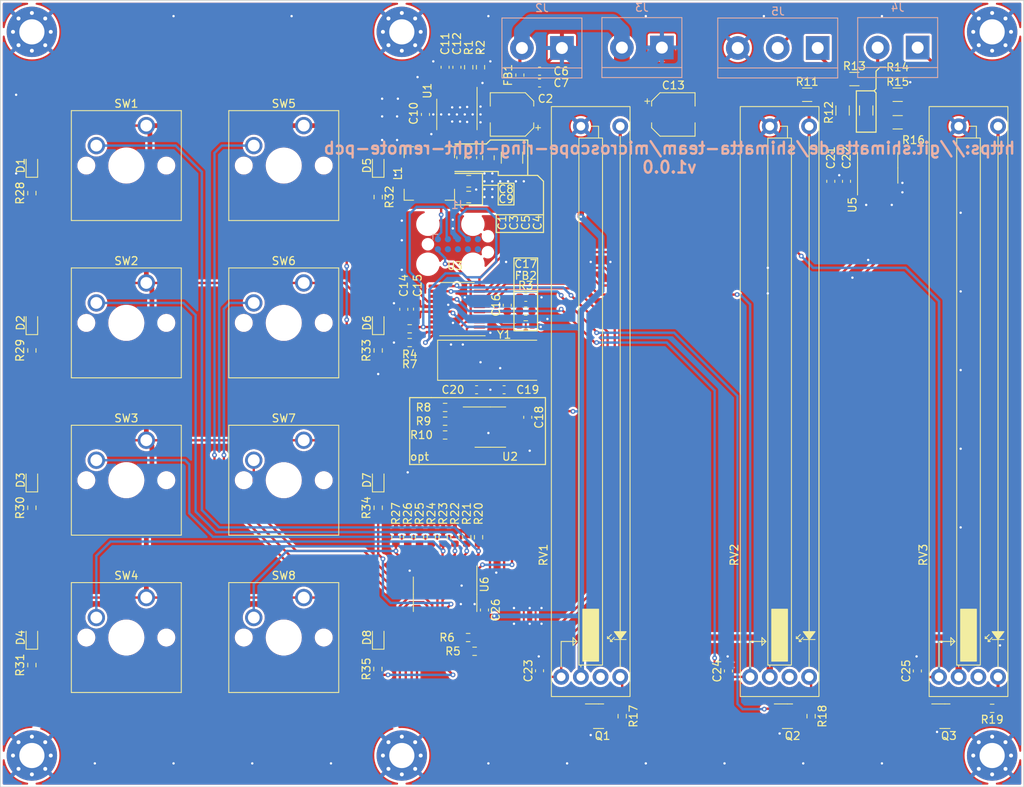
<source format=kicad_pcb>
(kicad_pcb (version 20211014) (generator pcbnew)

  (general
    (thickness 1.6)
  )

  (paper "A4")
  (layers
    (0 "F.Cu" signal)
    (31 "B.Cu" signal)
    (32 "B.Adhes" user "B.Adhesive")
    (33 "F.Adhes" user "F.Adhesive")
    (34 "B.Paste" user)
    (35 "F.Paste" user)
    (36 "B.SilkS" user "B.Silkscreen")
    (37 "F.SilkS" user "F.Silkscreen")
    (38 "B.Mask" user)
    (39 "F.Mask" user)
    (40 "Dwgs.User" user "User.Drawings")
    (41 "Cmts.User" user "User.Comments")
    (42 "Eco1.User" user "User.Eco1")
    (43 "Eco2.User" user "User.Eco2")
    (44 "Edge.Cuts" user)
    (45 "Margin" user)
    (46 "B.CrtYd" user "B.Courtyard")
    (47 "F.CrtYd" user "F.Courtyard")
    (48 "B.Fab" user)
    (49 "F.Fab" user)
    (50 "User.1" user)
    (51 "User.2" user)
    (52 "User.3" user)
    (53 "User.4" user)
    (54 "User.5" user)
    (55 "User.6" user)
    (56 "User.7" user)
    (57 "User.8" user)
    (58 "User.9" user)
  )

  (setup
    (stackup
      (layer "F.SilkS" (type "Top Silk Screen"))
      (layer "F.Paste" (type "Top Solder Paste"))
      (layer "F.Mask" (type "Top Solder Mask") (thickness 0.01))
      (layer "F.Cu" (type "copper") (thickness 0.035))
      (layer "dielectric 1" (type "core") (thickness 1.51) (material "FR4") (epsilon_r 4.5) (loss_tangent 0.02))
      (layer "B.Cu" (type "copper") (thickness 0.035))
      (layer "B.Mask" (type "Bottom Solder Mask") (thickness 0.01))
      (layer "B.Paste" (type "Bottom Solder Paste"))
      (layer "B.SilkS" (type "Bottom Silk Screen"))
      (copper_finish "None")
      (dielectric_constraints no)
    )
    (pad_to_mask_clearance 0)
    (aux_axis_origin 13 13)
    (pcbplotparams
      (layerselection 0x00010fc_ffffffff)
      (disableapertmacros false)
      (usegerberextensions true)
      (usegerberattributes true)
      (usegerberadvancedattributes true)
      (creategerberjobfile true)
      (svguseinch false)
      (svgprecision 6)
      (excludeedgelayer true)
      (plotframeref false)
      (viasonmask false)
      (mode 1)
      (useauxorigin false)
      (hpglpennumber 1)
      (hpglpenspeed 20)
      (hpglpendiameter 15.000000)
      (dxfpolygonmode true)
      (dxfimperialunits true)
      (dxfusepcbnewfont true)
      (psnegative false)
      (psa4output false)
      (plotreference true)
      (plotvalue true)
      (plotinvisibletext false)
      (sketchpadsonfab false)
      (subtractmaskfromsilk false)
      (outputformat 1)
      (mirror false)
      (drillshape 0)
      (scaleselection 1)
      (outputdirectory "gerber/")
    )
  )

  (net 0 "")
  (net 1 "+12V")
  (net 2 "GND")
  (net 3 "Net-(C1-Pad1)")
  (net 4 "Net-(C1-Pad2)")
  (net 5 "/~{RST}")
  (net 6 "+3V3")
  (net 7 "Net-(C10-Pad1)")
  (net 8 "Net-(C11-Pad1)")
  (net 9 "Net-(C12-Pad1)")
  (net 10 "Net-(C16-Pad1)")
  (net 11 "Net-(C20-Pad1)")
  (net 12 "Net-(C19-Pad1)")
  (net 13 "Net-(D1-Pad1)")
  (net 14 "Net-(D2-Pad1)")
  (net 15 "Net-(C13-Pad1)")
  (net 16 "/TX")
  (net 17 "/RX")
  (net 18 "/SWDIO")
  (net 19 "/SWCLK")
  (net 20 "Net-(D3-Pad1)")
  (net 21 "Net-(D4-Pad1)")
  (net 22 "Net-(D5-Pad1)")
  (net 23 "/POT1")
  (net 24 "/POT2")
  (net 25 "/POT3")
  (net 26 "Net-(D6-Pad1)")
  (net 27 "Net-(Q1-Pad3)")
  (net 28 "Net-(Q2-Pad3)")
  (net 29 "Net-(Q3-Pad3)")
  (net 30 "/DMX_RX+")
  (net 31 "/DMX_RX-")
  (net 32 "/DMX_TX+")
  (net 33 "/DMX_TX-")
  (net 34 "Net-(D7-Pad1)")
  (net 35 "Net-(D8-Pad1)")
  (net 36 "unconnected-(J1-Pad5)")
  (net 37 "unconnected-(RV1-PadL)")
  (net 38 "unconnected-(RV2-PadL)")
  (net 39 "unconnected-(RV3-PadL)")
  (net 40 "unconnected-(J1-Pad6)")
  (net 41 "unconnected-(J1-Pad7)")
  (net 42 "unconnected-(J1-Pad8)")
  (net 43 "unconnected-(J1-Pad9)")
  (net 44 "/POT_LED_EN1")
  (net 45 "/POT_LED_EN2")
  (net 46 "/POT_LED_EN3")
  (net 47 "Net-(R14-Pad1)")
  (net 48 "Net-(R12-Pad1)")
  (net 49 "/SDA")
  (net 50 "/SCL")
  (net 51 "/Buttons/BTN1")
  (net 52 "/Buttons/BTN2")
  (net 53 "/Buttons/BTN3")
  (net 54 "/Buttons/BTN4")
  (net 55 "/Buttons/BTN5")
  (net 56 "/Buttons/BTN6")
  (net 57 "/Buttons/BTN7")
  (net 58 "/Buttons/BTN8")
  (net 59 "/Buttons/LED1")
  (net 60 "/Buttons/LED2")
  (net 61 "/Buttons/LED3")
  (net 62 "/Buttons/LED4")
  (net 63 "/Buttons/LED5")
  (net 64 "/Buttons/LED6")
  (net 65 "/Buttons/LED7")
  (net 66 "/Buttons/LED8")
  (net 67 "/Buttons/~{INT}")
  (net 68 "Net-(R17-Pad1)")
  (net 69 "Net-(R18-Pad1)")
  (net 70 "Net-(R19-Pad1)")
  (net 71 "Net-(R8-Pad1)")
  (net 72 "Net-(R9-Pad1)")
  (net 73 "Net-(R10-Pad1)")

  (footprint "Capacitor_SMD:C_0805_2012Metric" (layer "F.Cu") (at 75 33 -90))

  (footprint "Capacitor_SMD:CP_Elec_5x5.4" (layer "F.Cu") (at 98.5 27.5))

  (footprint "LED_SMD:LED_0603_1608Metric" (layer "F.Cu") (at 61 74 90))

  (footprint "Capacitor_SMD:C_0603_1608Metric" (layer "F.Cu") (at 129.5 98.25 90))

  (footprint "Button_Switch_Keyboard:SW_Cherry_MX_1.00u_PCB" (layer "F.Cu") (at 51.54 28.92))

  (footprint "LED_SMD:LED_0603_1608Metric" (layer "F.Cu") (at 61 34 90))

  (footprint "Resistor_SMD:R_0603_1608Metric" (layer "F.Cu") (at 61 38 -90))

  (footprint "Capacitor_SMD:C_0603_1608Metric" (layer "F.Cu") (at 74.5 90.5 -90))

  (footprint "Package_SO:SOIC-8_3.9x4.9mm_P1.27mm" (layer "F.Cu") (at 124.46 34.29 90))

  (footprint "Resistor_SMD:R_0603_1608Metric" (layer "F.Cu") (at 66.25 81.25 -90))

  (footprint "Capacitor_SMD:C_0603_1608Metric" (layer "F.Cu") (at 73.5 62.5))

  (footprint "Button_Switch_Keyboard:SW_Cherry_MX_1.00u_PCB" (layer "F.Cu") (at 31.54 68.92))

  (footprint "Resistor_SMD:R_0603_1608Metric" (layer "F.Cu") (at 72.25 81.25 -90))

  (footprint "Capacitor_SMD:C_1210_3225Metric" (layer "F.Cu") (at 78 33 -90))

  (footprint "Capacitor_SMD:C_0603_1608Metric" (layer "F.Cu") (at 71 21.5 90))

  (footprint "Capacitor_SMD:C_0603_1608Metric" (layer "F.Cu") (at 73 33 -90))

  (footprint "MountingHole:MountingHole_3.2mm_M3_Pad_Via" (layer "F.Cu") (at 17 109))

  (footprint "Capacitor_SMD:C_0603_1608Metric" (layer "F.Cu") (at 120.5 36 90))

  (footprint "Inductor_SMD:L_0603_1608Metric" (layer "F.Cu") (at 79 22.5 -90))

  (footprint "Package_SO:TSSOP-24_4.4x7.8mm_P0.65mm" (layer "F.Cu") (at 69.5 88.5 -90))

  (footprint "LED_SMD:LED_0603_1608Metric" (layer "F.Cu") (at 61 94 90))

  (footprint "Button_Switch_Keyboard:SW_Cherry_MX_1.00u_PCB" (layer "F.Cu") (at 31.54 88.92))

  (footprint "Resistor_SMD:R_MiniMELF_MMA-0204" (layer "F.Cu") (at 127 25))

  (footprint "Package_TO_SOT_SMD:SOT-23" (layer "F.Cu") (at 113 104))

  (footprint "Resistor_SMD:R_0603_1608Metric" (layer "F.Cu") (at 61 77.5 -90))

  (footprint "Inductor_SMD:L_0603_1608Metric" (layer "F.Cu") (at 79.75 52.5 180))

  (footprint "Crystal:Crystal_SMD_HC49-SD" (layer "F.Cu") (at 75.25 58.75))

  (footprint "Button_Switch_Keyboard:SW_Cherry_MX_1.00u_PCB" (layer "F.Cu") (at 51.54 88.92))

  (footprint "Resistor_SMD:R_0603_1608Metric" (layer "F.Cu") (at 92 104 -90))

  (footprint "Package_SO:HSOP-8-1EP_3.9x4.9mm_P1.27mm_EP2.41x3.1mm" (layer "F.Cu") (at 71 27.5 -90))

  (footprint "Capacitor_SMD:CP_Elec_5x5.4" (layer "F.Cu") (at 78 27.5 180))

  (footprint "LED_SMD:LED_0603_1608Metric" (layer "F.Cu") (at 17 74 90))

  (footprint "Resistor_SMD:R_0603_1608Metric" (layer "F.Cu") (at 17 37.5 -90))

  (footprint "Button_Switch_Keyboard:SW_Cherry_MX_1.00u_PCB" (layer "F.Cu") (at 31.54 28.92))

  (footprint "shimatta_tht:PTL60-19-X" (layer "F.Cu") (at 136 64 90))

  (footprint "Capacitor_SMD:C_0603_1608Metric" (layer "F.Cu") (at 77.4 51.75 90))

  (footprint "shimatta_tht:PTL60-19-X" (layer "F.Cu") (at 88 64 90))

  (footprint "Resistor_SMD:R_0603_1608Metric" (layer "F.Cu") (at 116 104 -90))

  (footprint "Resistor_SMD:R_MiniMELF_MMA-0204" (layer "F.Cu") (at 120 27 90))

  (footprint "Capacitor_SMD:C_0603_1608Metric" (layer "F.Cu") (at 71.5 33 -90))

  (footprint "Resistor_SMD:R_0603_1608Metric" (layer "F.Cu") (at 17 77.5 -90))

  (footprint "Resistor_SMD:R_0603_1608Metric" (layer "F.Cu") (at 65 54.75))

  (footprint "LED_SMD:LED_0603_1608Metric" (layer "F.Cu") (at 17 34 90))

  (footprint "Capacitor_SMD:C_0603_1608Metric" (layer "F.Cu") (at 79.75 50.75))

  (footprint "MountingHole:MountingHole_3.2mm_M3_Pad_Via" (layer "F.Cu") (at 64 17))

  (footprint "LED_SMD:LED_0603_1608Metric" (layer "F.Cu") (at 17 94 90))

  (footprint "Resistor_SMD:R_0603_1608Metric" (layer "F.Cu") (at 74 21.5 90))

  (footprint "MountingHole:MountingHole_3.2mm_M3_Pad_Via" (layer "F.Cu") (at 139 109))

  (footprint "Resistor_SMD:R_0603_1608Metric" (layer "F.Cu") (at 73.25 95.75 180))

  (footprint "MountingHole:MountingHole_3.2mm_M3_Pad_Via" (layer "F.Cu") (at 64 109))

  (footprint "Resistor_SMD:R_0603_1608Metric" (layer "F.Cu") (at 70.75 81.25 -90))

  (footprint "Capacitor_SMD:C_0603_1608Metric" (layer "F.Cu") (at 67 27.5 -90))

  (footprint "shimatta_tht:PTL60-19-X" (layer "F.Cu") (at 112 64 90))

  (footprint "Resistor_SMD:R_0603_1608Metric" (layer "F.Cu") (at 67.75 81.25 -90))

  (footprint "Button_Switch_Keyboard:SW_Cherry_MX_1.00u_PCB" locked (layer "F.Cu")
    (tedit 5A02FE24) (tstamp a487ae54-6df7-4b88-88f9-27f273bcb792)
    (at 51.54 48.92)
    (descr "Cherry MX keyswitch, 1.00u, PCB mount, http://cherryamericas.com/wp-content/uploads/2014/12/mx_cat.pdf")
    (tags "Cherry MX keyswitch 1.00u PCB")
    (property "Sheetfile" "buttons.kicad_sch")
    (property "Sheetname" "Buttons")
    (path "/ccd56bff-3332-49d3-aa41-479696e8d2f6/cdfbc4f0-6332-48e1-aa65-7cb78a64fe87")
    (attr through_hole)
    (fp_text reference "SW6" (at -2.54 -2.794) (layer "F.SilkS")
      (effects (font (size 1 1) (thickness 0.15)))
      (tstamp a79150a0-914f-46da-8c99-b3621ba2e0d0)
    )
    (fp_text value "Cherry MX Blue" (at -2.54 12.954) (layer "F.Fab")
      (effects (font (size 1 1) (thickness 0.15)))
      (tstamp e73ea44b-f484-4337-ba23-443461536a32)
    )
    (fp_text user "${REFERENCE}" (at -2.54 -2.794) (layer "F.Fab")
      (effects (font (size 1 1) (thickness 0.15)))
      (tstamp 380158c2-8d7c-490e-b209-de2c235e4c3c)
    )
    (fp_line (start -9.525 -1.905) (end 4.445 -1.905) (layer "F.SilkS") (width 0.12) (tstamp 2b7b379a-6a90-4081-b803-f5f868df5b09))
    (fp_line (start 4.445 12.065) (end -9.525 12.065) (layer "F.SilkS") (width 0.12) (tstamp 503f991d-abd6-47f1-8ce7-8e8d39fa4f37))
    (fp_line (start -9.525 12.065) (end -9.525 -1.905) (layer "F.SilkS") (width 0.12) (tstamp 9658163a-09a0-4c1c-a38d-d29ec2246112))
    (fp_line (start 4.445 -1.905) (end 4.445 12.065) (layer "F.SilkS") (width 0.12) (tstamp da8e811b-5250-4b7f-a3d0-583aeb3a925f))
    (fp_line (start -12.065 14.605) (end -12.065 -4.445) (layer "Dwgs.User") (width 0.15) (tstamp 41b58393-f19b-48e3-bd6b-8fc94fcb5a49))
  
... [1481551 chars truncated]
</source>
